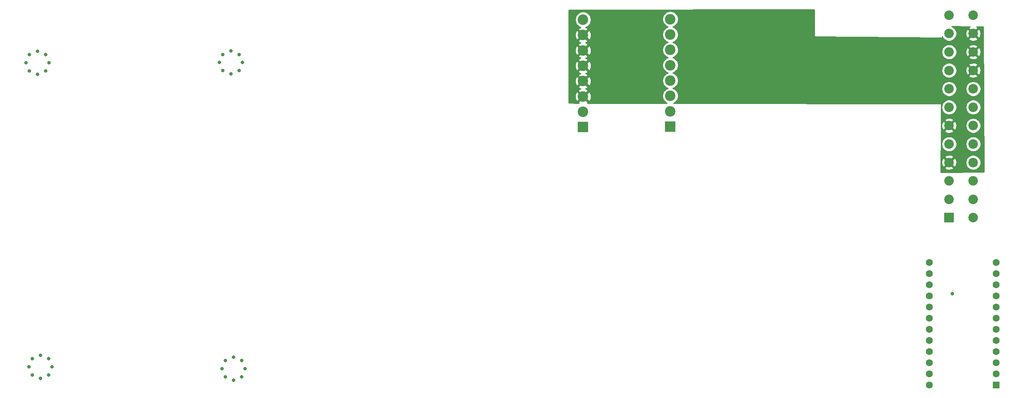
<source format=gbr>
%TF.GenerationSoftware,KiCad,Pcbnew,(5.1.9)-1*%
%TF.CreationDate,2021-07-06T18:24:39-05:00*%
%TF.ProjectId,GEN 1 PSU CARD,47454e20-3120-4505-9355-20434152442e,rev?*%
%TF.SameCoordinates,Original*%
%TF.FileFunction,Copper,L2,Inr*%
%TF.FilePolarity,Positive*%
%FSLAX46Y46*%
G04 Gerber Fmt 4.6, Leading zero omitted, Abs format (unit mm)*
G04 Created by KiCad (PCBNEW (5.1.9)-1) date 2021-07-06 18:24:39*
%MOMM*%
%LPD*%
G01*
G04 APERTURE LIST*
%TA.AperFunction,ComponentPad*%
%ADD10C,2.175000*%
%TD*%
%TA.AperFunction,ComponentPad*%
%ADD11R,2.175000X2.175000*%
%TD*%
%TA.AperFunction,ComponentPad*%
%ADD12C,0.800000*%
%TD*%
%TA.AperFunction,ComponentPad*%
%ADD13C,1.600000*%
%TD*%
%TA.AperFunction,ComponentPad*%
%ADD14R,1.600000X1.600000*%
%TD*%
%TA.AperFunction,ComponentPad*%
%ADD15C,2.400000*%
%TD*%
%TA.AperFunction,ComponentPad*%
%ADD16R,2.400000X2.400000*%
%TD*%
%TA.AperFunction,ViaPad*%
%ADD17C,0.800000*%
%TD*%
%TA.AperFunction,Conductor*%
%ADD18C,0.254000*%
%TD*%
%TA.AperFunction,Conductor*%
%ADD19C,0.100000*%
%TD*%
G04 APERTURE END LIST*
D10*
%TO.N,/GND*%
%TO.C,J4*%
X259052960Y-50904200D03*
%TO.N,Net-(J4-Pad23)*%
X253552960Y-50904200D03*
%TO.N,/5V*%
X259052960Y-55104200D03*
%TO.N,/12V*%
X253552960Y-55104200D03*
%TO.N,/5V*%
X259052960Y-59304200D03*
%TO.N,/12V*%
X253552960Y-59304200D03*
%TO.N,/5V*%
X259052960Y-63504200D03*
%TO.N,/5VSB*%
X253552960Y-63504200D03*
%TO.N,Net-(J4-Pad16)*%
X259052960Y-67704200D03*
%TO.N,Net-(J4-Pad15)*%
X253552960Y-67704200D03*
%TO.N,/GND*%
X259052960Y-71904200D03*
X253552960Y-71904200D03*
X259052960Y-76104200D03*
%TO.N,/5V*%
X253552960Y-76104200D03*
%TO.N,/GND*%
X259052960Y-80304200D03*
X253552960Y-80304200D03*
%TO.N,/PS_ON*%
X259052960Y-84504200D03*
%TO.N,/5V*%
X253552960Y-84504200D03*
%TO.N,/GND*%
X259052960Y-88704200D03*
X253552960Y-88704200D03*
%TO.N,/-12*%
X259052960Y-92904200D03*
%TO.N,Net-(J4-Pad3)*%
X253552960Y-92904200D03*
%TO.N,Net-(J4-Pad2)*%
X259052960Y-97104200D03*
D11*
%TO.N,Net-(J4-Pad1)*%
X253552960Y-97104200D03*
%TD*%
D12*
%TO.N,N/C*%
%TO.C,REF\u002A\u002A*%
X93013440Y-131556760D03*
X92244595Y-133412915D03*
X90388440Y-134181760D03*
X88532285Y-133412915D03*
X87763440Y-131556760D03*
X88532285Y-129700605D03*
X90388440Y-128931760D03*
X92244595Y-129700605D03*
%TD*%
%TO.N,N/C*%
%TO.C,REF\u002A\u002A*%
X48969840Y-131130040D03*
X48200995Y-132986195D03*
X46344840Y-133755040D03*
X44488685Y-132986195D03*
X43719840Y-131130040D03*
X44488685Y-129273885D03*
X46344840Y-128505040D03*
X48200995Y-129273885D03*
%TD*%
%TO.N,N/C*%
%TO.C,REF\u002A\u002A*%
X91609595Y-59860765D03*
X89753440Y-59091920D03*
X87897285Y-59860765D03*
X87128440Y-61716920D03*
X87897285Y-63573075D03*
X89753440Y-64341920D03*
X91609595Y-63573075D03*
X92378440Y-61716920D03*
%TD*%
%TO.N,N/C*%
%TO.C,REF\u002A\u002A*%
X47560915Y-59881085D03*
X45704760Y-59112240D03*
X43848605Y-59881085D03*
X43079760Y-61737240D03*
X43848605Y-63593395D03*
X45704760Y-64362240D03*
X47560915Y-63593395D03*
X48329760Y-61737240D03*
%TD*%
D13*
%TO.N,Net-(U1-Pad24)*%
%TO.C,U1*%
X249026680Y-135255000D03*
%TO.N,/GND*%
X249026680Y-132715000D03*
%TO.N,Net-(U1-Pad22)*%
X249026680Y-130175000D03*
%TO.N,/5VSB*%
X249026680Y-127635000D03*
%TO.N,Net-(U1-Pad20)*%
X249026680Y-125095000D03*
%TO.N,Net-(U1-Pad19)*%
X249026680Y-122555000D03*
%TO.N,Net-(U1-Pad18)*%
X249026680Y-120015000D03*
%TO.N,Net-(U1-Pad17)*%
X249026680Y-117475000D03*
%TO.N,Net-(U1-Pad16)*%
X249026680Y-114935000D03*
%TO.N,Net-(U1-Pad15)*%
X249026680Y-112395000D03*
%TO.N,Net-(U1-Pad14)*%
X249026680Y-109855000D03*
%TO.N,Net-(U1-Pad13)*%
X249026680Y-107315000D03*
%TO.N,Net-(U1-Pad12)*%
X264266680Y-107315000D03*
%TO.N,Net-(U1-Pad11)*%
X264266680Y-109855000D03*
%TO.N,Net-(U1-Pad10)*%
X264266680Y-112395000D03*
%TO.N,/ON-OFF*%
X264266680Y-114935000D03*
%TO.N,Net-(U1-Pad8)*%
X264266680Y-117475000D03*
%TO.N,/OS_OFF*%
X264266680Y-120015000D03*
%TO.N,/PS_ON*%
X264266680Y-122555000D03*
%TO.N,Net-(U1-Pad5)*%
X264266680Y-125095000D03*
%TO.N,/GND*%
X264266680Y-127635000D03*
X264266680Y-130175000D03*
%TO.N,Net-(U1-Pad2)*%
X264266680Y-132715000D03*
D14*
%TO.N,Net-(U1-Pad1)*%
X264266680Y-135255000D03*
%TD*%
D15*
%TO.N,/OS_OFF*%
%TO.C,J3*%
X170083480Y-51953400D03*
%TO.N,/5V*%
X170083480Y-55453400D03*
X170083480Y-58953400D03*
X170083480Y-62453400D03*
X170083480Y-65953400D03*
X170083480Y-69453400D03*
%TO.N,/12V*%
X170083480Y-72953400D03*
D16*
X170083480Y-76453400D03*
%TD*%
D15*
%TO.N,/ON-OFF*%
%TO.C,J2*%
X189981840Y-51821320D03*
%TO.N,/-12*%
X189981840Y-55321320D03*
%TO.N,/GND*%
X189981840Y-58821320D03*
X189981840Y-62321320D03*
X189981840Y-65821320D03*
X189981840Y-69321320D03*
X189981840Y-72821320D03*
D16*
X189981840Y-76321320D03*
%TD*%
D17*
%TO.N,/ON-OFF*%
X254289560Y-114411760D03*
%TD*%
D18*
%TO.N,/5V*%
X222834200Y-55681880D02*
X222836640Y-55706656D01*
X222843867Y-55730481D01*
X222855603Y-55752437D01*
X222871397Y-55771683D01*
X222890643Y-55787477D01*
X222912599Y-55799213D01*
X222936424Y-55806440D01*
X222960105Y-55808875D01*
X251834825Y-56057795D01*
X251859622Y-56055569D01*
X251883508Y-56048547D01*
X251905565Y-56037001D01*
X251924945Y-56021373D01*
X251940904Y-56002265D01*
X251952829Y-55980410D01*
X251960262Y-55956649D01*
X251962920Y-55930800D01*
X251962920Y-55766612D01*
X252026501Y-55920109D01*
X252215007Y-56202229D01*
X252454931Y-56442153D01*
X252737051Y-56630659D01*
X253050525Y-56760505D01*
X253383309Y-56826700D01*
X253722611Y-56826700D01*
X254055395Y-56760505D01*
X254368869Y-56630659D01*
X254650989Y-56442153D01*
X254791141Y-56302001D01*
X258034764Y-56302001D01*
X258141089Y-56575348D01*
X258445618Y-56724978D01*
X258773485Y-56812322D01*
X259112094Y-56834024D01*
X259448430Y-56789249D01*
X259769567Y-56679719D01*
X259964831Y-56575348D01*
X260071156Y-56302001D01*
X259052960Y-55283805D01*
X258034764Y-56302001D01*
X254791141Y-56302001D01*
X254890913Y-56202229D01*
X255079419Y-55920109D01*
X255209265Y-55606635D01*
X255275460Y-55273851D01*
X255275460Y-55163334D01*
X257323136Y-55163334D01*
X257367911Y-55499670D01*
X257477441Y-55820807D01*
X257581812Y-56016071D01*
X257855159Y-56122396D01*
X258873355Y-55104200D01*
X259232565Y-55104200D01*
X260250761Y-56122396D01*
X260524108Y-56016071D01*
X260673738Y-55711542D01*
X260761082Y-55383675D01*
X260782784Y-55045066D01*
X260738009Y-54708730D01*
X260628479Y-54387593D01*
X260524108Y-54192329D01*
X260250761Y-54086004D01*
X259232565Y-55104200D01*
X258873355Y-55104200D01*
X257855159Y-54086004D01*
X257581812Y-54192329D01*
X257432182Y-54496858D01*
X257344838Y-54824725D01*
X257323136Y-55163334D01*
X255275460Y-55163334D01*
X255275460Y-54934549D01*
X255209265Y-54601765D01*
X255079419Y-54288291D01*
X254890913Y-54006171D01*
X254650989Y-53766247D01*
X254368869Y-53577741D01*
X254145349Y-53485155D01*
X258340259Y-53527349D01*
X258336353Y-53528681D01*
X258141089Y-53633052D01*
X258034764Y-53906399D01*
X259052960Y-54924595D01*
X260071156Y-53906399D01*
X259964831Y-53633052D01*
X259779157Y-53541821D01*
X261305632Y-53557175D01*
X261461923Y-86645508D01*
X251674070Y-86724722D01*
X251679725Y-85702001D01*
X252534764Y-85702001D01*
X252641089Y-85975348D01*
X252945618Y-86124978D01*
X253273485Y-86212322D01*
X253612094Y-86234024D01*
X253948430Y-86189249D01*
X254269567Y-86079719D01*
X254464831Y-85975348D01*
X254571156Y-85702001D01*
X253552960Y-84683805D01*
X252534764Y-85702001D01*
X251679725Y-85702001D01*
X251686023Y-84563334D01*
X251823136Y-84563334D01*
X251867911Y-84899670D01*
X251977441Y-85220807D01*
X252081812Y-85416071D01*
X252355159Y-85522396D01*
X253373355Y-84504200D01*
X253732565Y-84504200D01*
X254750761Y-85522396D01*
X255024108Y-85416071D01*
X255173738Y-85111542D01*
X255261082Y-84783675D01*
X255282784Y-84445066D01*
X255268072Y-84334549D01*
X257330460Y-84334549D01*
X257330460Y-84673851D01*
X257396655Y-85006635D01*
X257526501Y-85320109D01*
X257715007Y-85602229D01*
X257954931Y-85842153D01*
X258237051Y-86030659D01*
X258550525Y-86160505D01*
X258883309Y-86226700D01*
X259222611Y-86226700D01*
X259555395Y-86160505D01*
X259868869Y-86030659D01*
X260150989Y-85842153D01*
X260390913Y-85602229D01*
X260579419Y-85320109D01*
X260709265Y-85006635D01*
X260775460Y-84673851D01*
X260775460Y-84334549D01*
X260709265Y-84001765D01*
X260579419Y-83688291D01*
X260390913Y-83406171D01*
X260150989Y-83166247D01*
X259868869Y-82977741D01*
X259555395Y-82847895D01*
X259222611Y-82781700D01*
X258883309Y-82781700D01*
X258550525Y-82847895D01*
X258237051Y-82977741D01*
X257954931Y-83166247D01*
X257715007Y-83406171D01*
X257526501Y-83688291D01*
X257396655Y-84001765D01*
X257330460Y-84334549D01*
X255268072Y-84334549D01*
X255238009Y-84108730D01*
X255128479Y-83787593D01*
X255024108Y-83592329D01*
X254750761Y-83486004D01*
X253732565Y-84504200D01*
X253373355Y-84504200D01*
X252355159Y-83486004D01*
X252081812Y-83592329D01*
X251932182Y-83896858D01*
X251844838Y-84224725D01*
X251823136Y-84563334D01*
X251686023Y-84563334D01*
X251692974Y-83306399D01*
X252534764Y-83306399D01*
X253552960Y-84324595D01*
X254571156Y-83306399D01*
X254464831Y-83033052D01*
X254160302Y-82883422D01*
X253832435Y-82796078D01*
X253493826Y-82774376D01*
X253157490Y-82819151D01*
X252836353Y-82928681D01*
X252641089Y-83033052D01*
X252534764Y-83306399D01*
X251692974Y-83306399D01*
X251710515Y-80134549D01*
X251830460Y-80134549D01*
X251830460Y-80473851D01*
X251896655Y-80806635D01*
X252026501Y-81120109D01*
X252215007Y-81402229D01*
X252454931Y-81642153D01*
X252737051Y-81830659D01*
X253050525Y-81960505D01*
X253383309Y-82026700D01*
X253722611Y-82026700D01*
X254055395Y-81960505D01*
X254368869Y-81830659D01*
X254650989Y-81642153D01*
X254890913Y-81402229D01*
X255079419Y-81120109D01*
X255209265Y-80806635D01*
X255275460Y-80473851D01*
X255275460Y-80134549D01*
X257330460Y-80134549D01*
X257330460Y-80473851D01*
X257396655Y-80806635D01*
X257526501Y-81120109D01*
X257715007Y-81402229D01*
X257954931Y-81642153D01*
X258237051Y-81830659D01*
X258550525Y-81960505D01*
X258883309Y-82026700D01*
X259222611Y-82026700D01*
X259555395Y-81960505D01*
X259868869Y-81830659D01*
X260150989Y-81642153D01*
X260390913Y-81402229D01*
X260579419Y-81120109D01*
X260709265Y-80806635D01*
X260775460Y-80473851D01*
X260775460Y-80134549D01*
X260709265Y-79801765D01*
X260579419Y-79488291D01*
X260390913Y-79206171D01*
X260150989Y-78966247D01*
X259868869Y-78777741D01*
X259555395Y-78647895D01*
X259222611Y-78581700D01*
X258883309Y-78581700D01*
X258550525Y-78647895D01*
X258237051Y-78777741D01*
X257954931Y-78966247D01*
X257715007Y-79206171D01*
X257526501Y-79488291D01*
X257396655Y-79801765D01*
X257330460Y-80134549D01*
X255275460Y-80134549D01*
X255209265Y-79801765D01*
X255079419Y-79488291D01*
X254890913Y-79206171D01*
X254650989Y-78966247D01*
X254368869Y-78777741D01*
X254055395Y-78647895D01*
X253722611Y-78581700D01*
X253383309Y-78581700D01*
X253050525Y-78647895D01*
X252737051Y-78777741D01*
X252454931Y-78966247D01*
X252215007Y-79206171D01*
X252026501Y-79488291D01*
X251896655Y-79801765D01*
X251830460Y-80134549D01*
X251710515Y-80134549D01*
X251726179Y-77302001D01*
X252534764Y-77302001D01*
X252641089Y-77575348D01*
X252945618Y-77724978D01*
X253273485Y-77812322D01*
X253612094Y-77834024D01*
X253948430Y-77789249D01*
X254269567Y-77679719D01*
X254464831Y-77575348D01*
X254571156Y-77302001D01*
X253552960Y-76283805D01*
X252534764Y-77302001D01*
X251726179Y-77302001D01*
X251732477Y-76163334D01*
X251823136Y-76163334D01*
X251867911Y-76499670D01*
X251977441Y-76820807D01*
X252081812Y-77016071D01*
X252355159Y-77122396D01*
X253373355Y-76104200D01*
X253732565Y-76104200D01*
X254750761Y-77122396D01*
X255024108Y-77016071D01*
X255173738Y-76711542D01*
X255261082Y-76383675D01*
X255282784Y-76045066D01*
X255268072Y-75934549D01*
X257330460Y-75934549D01*
X257330460Y-76273851D01*
X257396655Y-76606635D01*
X257526501Y-76920109D01*
X257715007Y-77202229D01*
X257954931Y-77442153D01*
X258237051Y-77630659D01*
X258550525Y-77760505D01*
X258883309Y-77826700D01*
X259222611Y-77826700D01*
X259555395Y-77760505D01*
X259868869Y-77630659D01*
X260150989Y-77442153D01*
X260390913Y-77202229D01*
X260579419Y-76920109D01*
X260709265Y-76606635D01*
X260775460Y-76273851D01*
X260775460Y-75934549D01*
X260709265Y-75601765D01*
X260579419Y-75288291D01*
X260390913Y-75006171D01*
X260150989Y-74766247D01*
X259868869Y-74577741D01*
X259555395Y-74447895D01*
X259222611Y-74381700D01*
X258883309Y-74381700D01*
X258550525Y-74447895D01*
X258237051Y-74577741D01*
X257954931Y-74766247D01*
X257715007Y-75006171D01*
X257526501Y-75288291D01*
X257396655Y-75601765D01*
X257330460Y-75934549D01*
X255268072Y-75934549D01*
X255238009Y-75708730D01*
X255128479Y-75387593D01*
X255024108Y-75192329D01*
X254750761Y-75086004D01*
X253732565Y-76104200D01*
X253373355Y-76104200D01*
X252355159Y-75086004D01*
X252081812Y-75192329D01*
X251932182Y-75496858D01*
X251844838Y-75824725D01*
X251823136Y-76163334D01*
X251732477Y-76163334D01*
X251739428Y-74906399D01*
X252534764Y-74906399D01*
X253552960Y-75924595D01*
X254571156Y-74906399D01*
X254464831Y-74633052D01*
X254160302Y-74483422D01*
X253832435Y-74396078D01*
X253493826Y-74374376D01*
X253157490Y-74419151D01*
X252836353Y-74528681D01*
X252641089Y-74633052D01*
X252534764Y-74906399D01*
X251739428Y-74906399D01*
X251756969Y-71734549D01*
X251830460Y-71734549D01*
X251830460Y-72073851D01*
X251896655Y-72406635D01*
X252026501Y-72720109D01*
X252215007Y-73002229D01*
X252454931Y-73242153D01*
X252737051Y-73430659D01*
X253050525Y-73560505D01*
X253383309Y-73626700D01*
X253722611Y-73626700D01*
X254055395Y-73560505D01*
X254368869Y-73430659D01*
X254650989Y-73242153D01*
X254890913Y-73002229D01*
X255079419Y-72720109D01*
X255209265Y-72406635D01*
X255275460Y-72073851D01*
X255275460Y-71734549D01*
X257330460Y-71734549D01*
X257330460Y-72073851D01*
X257396655Y-72406635D01*
X257526501Y-72720109D01*
X257715007Y-73002229D01*
X257954931Y-73242153D01*
X258237051Y-73430659D01*
X258550525Y-73560505D01*
X258883309Y-73626700D01*
X259222611Y-73626700D01*
X259555395Y-73560505D01*
X259868869Y-73430659D01*
X260150989Y-73242153D01*
X260390913Y-73002229D01*
X260579419Y-72720109D01*
X260709265Y-72406635D01*
X260775460Y-72073851D01*
X260775460Y-71734549D01*
X260709265Y-71401765D01*
X260579419Y-71088291D01*
X260390913Y-70806171D01*
X260150989Y-70566247D01*
X259868869Y-70377741D01*
X259555395Y-70247895D01*
X259222611Y-70181700D01*
X258883309Y-70181700D01*
X258550525Y-70247895D01*
X258237051Y-70377741D01*
X257954931Y-70566247D01*
X257715007Y-70806171D01*
X257526501Y-71088291D01*
X257396655Y-71401765D01*
X257330460Y-71734549D01*
X255275460Y-71734549D01*
X255209265Y-71401765D01*
X255079419Y-71088291D01*
X254890913Y-70806171D01*
X254650989Y-70566247D01*
X254368869Y-70377741D01*
X254055395Y-70247895D01*
X253722611Y-70181700D01*
X253383309Y-70181700D01*
X253050525Y-70247895D01*
X252737051Y-70377741D01*
X252454931Y-70566247D01*
X252215007Y-70806171D01*
X252026501Y-71088291D01*
X251896655Y-71401765D01*
X251830460Y-71734549D01*
X251756969Y-71734549D01*
X251759718Y-71237542D01*
X251757415Y-71212753D01*
X251750320Y-71188889D01*
X251738705Y-71166868D01*
X251723018Y-71147535D01*
X251703860Y-71131635D01*
X251681969Y-71119778D01*
X251658185Y-71112419D01*
X251632963Y-71109840D01*
X190740462Y-70993279D01*
X190851039Y-70947476D01*
X191151584Y-70746658D01*
X191407178Y-70491064D01*
X191607996Y-70190519D01*
X191746322Y-69856570D01*
X191816840Y-69502052D01*
X191816840Y-69140588D01*
X191746322Y-68786070D01*
X191607996Y-68452121D01*
X191407178Y-68151576D01*
X191151584Y-67895982D01*
X190851039Y-67695164D01*
X190552053Y-67571320D01*
X190640826Y-67534549D01*
X251830460Y-67534549D01*
X251830460Y-67873851D01*
X251896655Y-68206635D01*
X252026501Y-68520109D01*
X252215007Y-68802229D01*
X252454931Y-69042153D01*
X252737051Y-69230659D01*
X253050525Y-69360505D01*
X253383309Y-69426700D01*
X253722611Y-69426700D01*
X254055395Y-69360505D01*
X254368869Y-69230659D01*
X254650989Y-69042153D01*
X254890913Y-68802229D01*
X255079419Y-68520109D01*
X255209265Y-68206635D01*
X255275460Y-67873851D01*
X255275460Y-67534549D01*
X257330460Y-67534549D01*
X257330460Y-67873851D01*
X257396655Y-68206635D01*
X257526501Y-68520109D01*
X257715007Y-68802229D01*
X257954931Y-69042153D01*
X258237051Y-69230659D01*
X258550525Y-69360505D01*
X258883309Y-69426700D01*
X259222611Y-69426700D01*
X259555395Y-69360505D01*
X259868869Y-69230659D01*
X260150989Y-69042153D01*
X260390913Y-68802229D01*
X260579419Y-68520109D01*
X260709265Y-68206635D01*
X260775460Y-67873851D01*
X260775460Y-67534549D01*
X260709265Y-67201765D01*
X260579419Y-66888291D01*
X260390913Y-66606171D01*
X260150989Y-66366247D01*
X259868869Y-66177741D01*
X259555395Y-66047895D01*
X259222611Y-65981700D01*
X258883309Y-65981700D01*
X258550525Y-66047895D01*
X258237051Y-66177741D01*
X257954931Y-66366247D01*
X257715007Y-66606171D01*
X257526501Y-66888291D01*
X257396655Y-67201765D01*
X257330460Y-67534549D01*
X255275460Y-67534549D01*
X255209265Y-67201765D01*
X255079419Y-66888291D01*
X254890913Y-66606171D01*
X254650989Y-66366247D01*
X254368869Y-66177741D01*
X254055395Y-66047895D01*
X253722611Y-65981700D01*
X253383309Y-65981700D01*
X253050525Y-66047895D01*
X252737051Y-66177741D01*
X252454931Y-66366247D01*
X252215007Y-66606171D01*
X252026501Y-66888291D01*
X251896655Y-67201765D01*
X251830460Y-67534549D01*
X190640826Y-67534549D01*
X190851039Y-67447476D01*
X191151584Y-67246658D01*
X191407178Y-66991064D01*
X191607996Y-66690519D01*
X191746322Y-66356570D01*
X191816840Y-66002052D01*
X191816840Y-65640588D01*
X191746322Y-65286070D01*
X191607996Y-64952121D01*
X191407178Y-64651576D01*
X191151584Y-64395982D01*
X190851039Y-64195164D01*
X190552053Y-64071320D01*
X190851039Y-63947476D01*
X191151584Y-63746658D01*
X191407178Y-63491064D01*
X191511758Y-63334549D01*
X251830460Y-63334549D01*
X251830460Y-63673851D01*
X251896655Y-64006635D01*
X252026501Y-64320109D01*
X252215007Y-64602229D01*
X252454931Y-64842153D01*
X252737051Y-65030659D01*
X253050525Y-65160505D01*
X253383309Y-65226700D01*
X253722611Y-65226700D01*
X254055395Y-65160505D01*
X254368869Y-65030659D01*
X254650989Y-64842153D01*
X254791141Y-64702001D01*
X258034764Y-64702001D01*
X258141089Y-64975348D01*
X258445618Y-65124978D01*
X258773485Y-65212322D01*
X259112094Y-65234024D01*
X259448430Y-65189249D01*
X259769567Y-65079719D01*
X259964831Y-64975348D01*
X260071156Y-64702001D01*
X259052960Y-63683805D01*
X258034764Y-64702001D01*
X254791141Y-64702001D01*
X254890913Y-64602229D01*
X255079419Y-64320109D01*
X255209265Y-64006635D01*
X255275460Y-63673851D01*
X255275460Y-63563334D01*
X257323136Y-63563334D01*
X257367911Y-63899670D01*
X257477441Y-64220807D01*
X257581812Y-64416071D01*
X257855159Y-64522396D01*
X258873355Y-63504200D01*
X259232565Y-63504200D01*
X260250761Y-64522396D01*
X260524108Y-64416071D01*
X260673738Y-64111542D01*
X260761082Y-63783675D01*
X260782784Y-63445066D01*
X260738009Y-63108730D01*
X260628479Y-62787593D01*
X260524108Y-62592329D01*
X260250761Y-62486004D01*
X259232565Y-63504200D01*
X258873355Y-63504200D01*
X257855159Y-62486004D01*
X257581812Y-62592329D01*
X257432182Y-62896858D01*
X257344838Y-63224725D01*
X257323136Y-63563334D01*
X255275460Y-63563334D01*
X255275460Y-63334549D01*
X255209265Y-63001765D01*
X255079419Y-62688291D01*
X254890913Y-62406171D01*
X254791141Y-62306399D01*
X258034764Y-62306399D01*
X259052960Y-63324595D01*
X260071156Y-62306399D01*
X259964831Y-62033052D01*
X259660302Y-61883422D01*
X259332435Y-61796078D01*
X258993826Y-61774376D01*
X258657490Y-61819151D01*
X258336353Y-61928681D01*
X258141089Y-62033052D01*
X258034764Y-62306399D01*
X254791141Y-62306399D01*
X254650989Y-62166247D01*
X254368869Y-61977741D01*
X254055395Y-61847895D01*
X253722611Y-61781700D01*
X253383309Y-61781700D01*
X253050525Y-61847895D01*
X252737051Y-61977741D01*
X252454931Y-62166247D01*
X252215007Y-62406171D01*
X252026501Y-62688291D01*
X251896655Y-63001765D01*
X251830460Y-63334549D01*
X191511758Y-63334549D01*
X191607996Y-63190519D01*
X191746322Y-62856570D01*
X191816840Y-62502052D01*
X191816840Y-62140588D01*
X191746322Y-61786070D01*
X191607996Y-61452121D01*
X191407178Y-61151576D01*
X191151584Y-60895982D01*
X190851039Y-60695164D01*
X190552053Y-60571320D01*
X190851039Y-60447476D01*
X191151584Y-60246658D01*
X191407178Y-59991064D01*
X191607996Y-59690519D01*
X191746322Y-59356570D01*
X191790484Y-59134549D01*
X251830460Y-59134549D01*
X251830460Y-59473851D01*
X251896655Y-59806635D01*
X252026501Y-60120109D01*
X252215007Y-60402229D01*
X252454931Y-60642153D01*
X252737051Y-60830659D01*
X253050525Y-60960505D01*
X253383309Y-61026700D01*
X253722611Y-61026700D01*
X254055395Y-60960505D01*
X254368869Y-60830659D01*
X254650989Y-60642153D01*
X254791141Y-60502001D01*
X258034764Y-60502001D01*
X258141089Y-60775348D01*
X258445618Y-60924978D01*
X258773485Y-61012322D01*
X259112094Y-61034024D01*
X259448430Y-60989249D01*
X259769567Y-60879719D01*
X259964831Y-60775348D01*
X260071156Y-60502001D01*
X259052960Y-59483805D01*
X258034764Y-60502001D01*
X254791141Y-60502001D01*
X254890913Y-60402229D01*
X255079419Y-60120109D01*
X255209265Y-59806635D01*
X255275460Y-59473851D01*
X255275460Y-59363334D01*
X257323136Y-59363334D01*
X257367911Y-59699670D01*
X257477441Y-60020807D01*
X257581812Y-60216071D01*
X257855159Y-60322396D01*
X258873355Y-59304200D01*
X259232565Y-59304200D01*
X260250761Y-60322396D01*
X260524108Y-60216071D01*
X260673738Y-59911542D01*
X260761082Y-59583675D01*
X260782784Y-59245066D01*
X260738009Y-58908730D01*
X260628479Y-58587593D01*
X260524108Y-58392329D01*
X260250761Y-58286004D01*
X259232565Y-59304200D01*
X258873355Y-59304200D01*
X257855159Y-58286004D01*
X257581812Y-58392329D01*
X257432182Y-58696858D01*
X257344838Y-59024725D01*
X257323136Y-59363334D01*
X255275460Y-59363334D01*
X255275460Y-59134549D01*
X255209265Y-58801765D01*
X255079419Y-58488291D01*
X254890913Y-58206171D01*
X254791141Y-58106399D01*
X258034764Y-58106399D01*
X259052960Y-59124595D01*
X260071156Y-58106399D01*
X259964831Y-57833052D01*
X259660302Y-57683422D01*
X259332435Y-57596078D01*
X258993826Y-57574376D01*
X258657490Y-57619151D01*
X258336353Y-57728681D01*
X258141089Y-57833052D01*
X258034764Y-58106399D01*
X254791141Y-58106399D01*
X254650989Y-57966247D01*
X254368869Y-57777741D01*
X254055395Y-57647895D01*
X253722611Y-57581700D01*
X253383309Y-57581700D01*
X253050525Y-57647895D01*
X252737051Y-57777741D01*
X252454931Y-57966247D01*
X252215007Y-58206171D01*
X252026501Y-58488291D01*
X251896655Y-58801765D01*
X251830460Y-59134549D01*
X191790484Y-59134549D01*
X191816840Y-59002052D01*
X191816840Y-58640588D01*
X191746322Y-58286070D01*
X191607996Y-57952121D01*
X191407178Y-57651576D01*
X191151584Y-57395982D01*
X190851039Y-57195164D01*
X190552053Y-57071320D01*
X190851039Y-56947476D01*
X191151584Y-56746658D01*
X191407178Y-56491064D01*
X191607996Y-56190519D01*
X191746322Y-55856570D01*
X191816840Y-55502052D01*
X191816840Y-55140588D01*
X191746322Y-54786070D01*
X191607996Y-54452121D01*
X191407178Y-54151576D01*
X191151584Y-53895982D01*
X190851039Y-53695164D01*
X190552053Y-53571320D01*
X190851039Y-53447476D01*
X191151584Y-53246658D01*
X191407178Y-52991064D01*
X191607996Y-52690519D01*
X191746322Y-52356570D01*
X191816840Y-52002052D01*
X191816840Y-51640588D01*
X191746322Y-51286070D01*
X191607996Y-50952121D01*
X191407178Y-50651576D01*
X191151584Y-50395982D01*
X190851039Y-50195164D01*
X190517090Y-50056838D01*
X190162572Y-49986320D01*
X189801108Y-49986320D01*
X189446590Y-50056838D01*
X189112641Y-50195164D01*
X188812096Y-50395982D01*
X188556502Y-50651576D01*
X188355684Y-50952121D01*
X188217358Y-51286070D01*
X188146840Y-51640588D01*
X188146840Y-52002052D01*
X188217358Y-52356570D01*
X188355684Y-52690519D01*
X188556502Y-52991064D01*
X188812096Y-53246658D01*
X189112641Y-53447476D01*
X189411627Y-53571320D01*
X189112641Y-53695164D01*
X188812096Y-53895982D01*
X188556502Y-54151576D01*
X188355684Y-54452121D01*
X188217358Y-54786070D01*
X188146840Y-55140588D01*
X188146840Y-55502052D01*
X188217358Y-55856570D01*
X188355684Y-56190519D01*
X188556502Y-56491064D01*
X188812096Y-56746658D01*
X189112641Y-56947476D01*
X189411627Y-57071320D01*
X189112641Y-57195164D01*
X188812096Y-57395982D01*
X188556502Y-57651576D01*
X188355684Y-57952121D01*
X188217358Y-58286070D01*
X188146840Y-58640588D01*
X188146840Y-59002052D01*
X188217358Y-59356570D01*
X188355684Y-59690519D01*
X188556502Y-59991064D01*
X188812096Y-60246658D01*
X189112641Y-60447476D01*
X189411627Y-60571320D01*
X189112641Y-60695164D01*
X188812096Y-60895982D01*
X188556502Y-61151576D01*
X188355684Y-61452121D01*
X188217358Y-61786070D01*
X188146840Y-62140588D01*
X188146840Y-62502052D01*
X188217358Y-62856570D01*
X188355684Y-63190519D01*
X188556502Y-63491064D01*
X188812096Y-63746658D01*
X189112641Y-63947476D01*
X189411627Y-64071320D01*
X189112641Y-64195164D01*
X188812096Y-64395982D01*
X188556502Y-64651576D01*
X188355684Y-64952121D01*
X188217358Y-65286070D01*
X188146840Y-65640588D01*
X188146840Y-66002052D01*
X188217358Y-66356570D01*
X188355684Y-66690519D01*
X188556502Y-66991064D01*
X188812096Y-67246658D01*
X189112641Y-67447476D01*
X189411627Y-67571320D01*
X189112641Y-67695164D01*
X188812096Y-67895982D01*
X188556502Y-68151576D01*
X188355684Y-68452121D01*
X188217358Y-68786070D01*
X188146840Y-69140588D01*
X188146840Y-69502052D01*
X188217358Y-69856570D01*
X188355684Y-70190519D01*
X188556502Y-70491064D01*
X188812096Y-70746658D01*
X189112641Y-70947476D01*
X189216174Y-70990361D01*
X171087461Y-70955659D01*
X171181854Y-70731380D01*
X170083480Y-69633005D01*
X168985106Y-70731380D01*
X169077880Y-70951812D01*
X166837360Y-70947523D01*
X166837360Y-69508084D01*
X168240413Y-69508084D01*
X168286495Y-69866598D01*
X168401634Y-70209233D01*
X168520644Y-70431886D01*
X168805500Y-70551774D01*
X169903875Y-69453400D01*
X170263085Y-69453400D01*
X171361460Y-70551774D01*
X171646316Y-70431886D01*
X171807179Y-70108190D01*
X171901802Y-69759331D01*
X171926547Y-69398716D01*
X171880465Y-69040202D01*
X171765326Y-68697567D01*
X171646316Y-68474914D01*
X171361460Y-68355026D01*
X170263085Y-69453400D01*
X169903875Y-69453400D01*
X168805500Y-68355026D01*
X168520644Y-68474914D01*
X168359781Y-68798610D01*
X168265158Y-69147469D01*
X168240413Y-69508084D01*
X166837360Y-69508084D01*
X166837360Y-67231380D01*
X168985106Y-67231380D01*
X169104994Y-67516236D01*
X169428690Y-67677099D01*
X169528316Y-67704121D01*
X169327647Y-67771554D01*
X169104994Y-67890564D01*
X168985106Y-68175420D01*
X170083480Y-69273795D01*
X171181854Y-68175420D01*
X171061966Y-67890564D01*
X170738270Y-67729701D01*
X170638644Y-67702679D01*
X170839313Y-67635246D01*
X171061966Y-67516236D01*
X171181854Y-67231380D01*
X170083480Y-66133005D01*
X168985106Y-67231380D01*
X166837360Y-67231380D01*
X166837360Y-66008084D01*
X168240413Y-66008084D01*
X168286495Y-66366598D01*
X168401634Y-66709233D01*
X168520644Y-66931886D01*
X168805500Y-67051774D01*
X169903875Y-65953400D01*
X170263085Y-65953400D01*
X171361460Y-67051774D01*
X171646316Y-66931886D01*
X171807179Y-66608190D01*
X171901802Y-66259331D01*
X171926547Y-65898716D01*
X171880465Y-65540202D01*
X171765326Y-65197567D01*
X171646316Y-64974914D01*
X171361460Y-64855026D01*
X170263085Y-65953400D01*
X169903875Y-65953400D01*
X168805500Y-64855026D01*
X168520644Y-64974914D01*
X168359781Y-65298610D01*
X168265158Y-65647469D01*
X168240413Y-66008084D01*
X166837360Y-66008084D01*
X166837360Y-63731380D01*
X168985106Y-63731380D01*
X169104994Y-64016236D01*
X169428690Y-64177099D01*
X169528316Y-64204121D01*
X169327647Y-64271554D01*
X169104994Y-64390564D01*
X168985106Y-64675420D01*
X170083480Y-65773795D01*
X171181854Y-64675420D01*
X171061966Y-64390564D01*
X170738270Y-64229701D01*
X170638644Y-64202679D01*
X170839313Y-64135246D01*
X171061966Y-64016236D01*
X171181854Y-63731380D01*
X170083480Y-62633005D01*
X168985106Y-63731380D01*
X166837360Y-63731380D01*
X166837360Y-62508084D01*
X168240413Y-62508084D01*
X168286495Y-62866598D01*
X168401634Y-63209233D01*
X168520644Y-63431886D01*
X168805500Y-63551774D01*
X169903875Y-62453400D01*
X170263085Y-62453400D01*
X171361460Y-63551774D01*
X171646316Y-63431886D01*
X171807179Y-63108190D01*
X171901802Y-62759331D01*
X171926547Y-62398716D01*
X171880465Y-62040202D01*
X171765326Y-61697567D01*
X171646316Y-61474914D01*
X171361460Y-61355026D01*
X170263085Y-62453400D01*
X169903875Y-62453400D01*
X168805500Y-61355026D01*
X168520644Y-61474914D01*
X168359781Y-61798610D01*
X168265158Y-62147469D01*
X168240413Y-62508084D01*
X166837360Y-62508084D01*
X166837360Y-60231380D01*
X168985106Y-60231380D01*
X169104994Y-60516236D01*
X169428690Y-60677099D01*
X169528316Y-60704121D01*
X169327647Y-60771554D01*
X169104994Y-60890564D01*
X168985106Y-61175420D01*
X170083480Y-62273795D01*
X171181854Y-61175420D01*
X171061966Y-60890564D01*
X170738270Y-60729701D01*
X170638644Y-60702679D01*
X170839313Y-60635246D01*
X171061966Y-60516236D01*
X171181854Y-60231380D01*
X170083480Y-59133005D01*
X168985106Y-60231380D01*
X166837360Y-60231380D01*
X166837360Y-59008084D01*
X168240413Y-59008084D01*
X168286495Y-59366598D01*
X168401634Y-59709233D01*
X168520644Y-59931886D01*
X168805500Y-60051774D01*
X169903875Y-58953400D01*
X170263085Y-58953400D01*
X171361460Y-60051774D01*
X171646316Y-59931886D01*
X171807179Y-59608190D01*
X171901802Y-59259331D01*
X171926547Y-58898716D01*
X171880465Y-58540202D01*
X171765326Y-58197567D01*
X171646316Y-57974914D01*
X171361460Y-57855026D01*
X170263085Y-58953400D01*
X169903875Y-58953400D01*
X168805500Y-57855026D01*
X168520644Y-57974914D01*
X168359781Y-58298610D01*
X168265158Y-58647469D01*
X168240413Y-59008084D01*
X166837360Y-59008084D01*
X166837360Y-56731380D01*
X168985106Y-56731380D01*
X169104994Y-57016236D01*
X169428690Y-57177099D01*
X169528316Y-57204121D01*
X169327647Y-57271554D01*
X169104994Y-57390564D01*
X168985106Y-57675420D01*
X170083480Y-58773795D01*
X171181854Y-57675420D01*
X171061966Y-57390564D01*
X170738270Y-57229701D01*
X170638644Y-57202679D01*
X170839313Y-57135246D01*
X171061966Y-57016236D01*
X171181854Y-56731380D01*
X170083480Y-55633005D01*
X168985106Y-56731380D01*
X166837360Y-56731380D01*
X166837360Y-55508084D01*
X168240413Y-55508084D01*
X168286495Y-55866598D01*
X168401634Y-56209233D01*
X168520644Y-56431886D01*
X168805500Y-56551774D01*
X169903875Y-55453400D01*
X170263085Y-55453400D01*
X171361460Y-56551774D01*
X171646316Y-56431886D01*
X171807179Y-56108190D01*
X171901802Y-55759331D01*
X171926547Y-55398716D01*
X171880465Y-55040202D01*
X171765326Y-54697567D01*
X171646316Y-54474914D01*
X171361460Y-54355026D01*
X170263085Y-55453400D01*
X169903875Y-55453400D01*
X168805500Y-54355026D01*
X168520644Y-54474914D01*
X168359781Y-54798610D01*
X168265158Y-55147469D01*
X168240413Y-55508084D01*
X166837360Y-55508084D01*
X166837360Y-51772668D01*
X168248480Y-51772668D01*
X168248480Y-52134132D01*
X168318998Y-52488650D01*
X168457324Y-52822599D01*
X168658142Y-53123144D01*
X168913736Y-53378738D01*
X169214281Y-53579556D01*
X169520969Y-53706590D01*
X169327647Y-53771554D01*
X169104994Y-53890564D01*
X168985106Y-54175420D01*
X170083480Y-55273795D01*
X171181854Y-54175420D01*
X171061966Y-53890564D01*
X170738270Y-53729701D01*
X170648790Y-53705431D01*
X170952679Y-53579556D01*
X171253224Y-53378738D01*
X171508818Y-53123144D01*
X171709636Y-52822599D01*
X171847962Y-52488650D01*
X171918480Y-52134132D01*
X171918480Y-51772668D01*
X171847962Y-51418150D01*
X171709636Y-51084201D01*
X171508818Y-50783656D01*
X171253224Y-50528062D01*
X170952679Y-50327244D01*
X170618730Y-50188918D01*
X170264212Y-50118400D01*
X169902748Y-50118400D01*
X169548230Y-50188918D01*
X169214281Y-50327244D01*
X168913736Y-50528062D01*
X168658142Y-50783656D01*
X168457324Y-51084201D01*
X168318998Y-51418150D01*
X168248480Y-51772668D01*
X166837360Y-51772668D01*
X166837360Y-49768314D01*
X222834200Y-49687663D01*
X222834200Y-55681880D01*
%TA.AperFunction,Conductor*%
D19*
G36*
X222834200Y-55681880D02*
G01*
X222836640Y-55706656D01*
X222843867Y-55730481D01*
X222855603Y-55752437D01*
X222871397Y-55771683D01*
X222890643Y-55787477D01*
X222912599Y-55799213D01*
X222936424Y-55806440D01*
X222960105Y-55808875D01*
X251834825Y-56057795D01*
X251859622Y-56055569D01*
X251883508Y-56048547D01*
X251905565Y-56037001D01*
X251924945Y-56021373D01*
X251940904Y-56002265D01*
X251952829Y-55980410D01*
X251960262Y-55956649D01*
X251962920Y-55930800D01*
X251962920Y-55766612D01*
X252026501Y-55920109D01*
X252215007Y-56202229D01*
X252454931Y-56442153D01*
X252737051Y-56630659D01*
X253050525Y-56760505D01*
X253383309Y-56826700D01*
X253722611Y-56826700D01*
X254055395Y-56760505D01*
X254368869Y-56630659D01*
X254650989Y-56442153D01*
X254791141Y-56302001D01*
X258034764Y-56302001D01*
X258141089Y-56575348D01*
X258445618Y-56724978D01*
X258773485Y-56812322D01*
X259112094Y-56834024D01*
X259448430Y-56789249D01*
X259769567Y-56679719D01*
X259964831Y-56575348D01*
X260071156Y-56302001D01*
X259052960Y-55283805D01*
X258034764Y-56302001D01*
X254791141Y-56302001D01*
X254890913Y-56202229D01*
X255079419Y-55920109D01*
X255209265Y-55606635D01*
X255275460Y-55273851D01*
X255275460Y-55163334D01*
X257323136Y-55163334D01*
X257367911Y-55499670D01*
X257477441Y-55820807D01*
X257581812Y-56016071D01*
X257855159Y-56122396D01*
X258873355Y-55104200D01*
X259232565Y-55104200D01*
X260250761Y-56122396D01*
X260524108Y-56016071D01*
X260673738Y-55711542D01*
X260761082Y-55383675D01*
X260782784Y-55045066D01*
X260738009Y-54708730D01*
X260628479Y-54387593D01*
X260524108Y-54192329D01*
X260250761Y-54086004D01*
X259232565Y-55104200D01*
X258873355Y-55104200D01*
X257855159Y-54086004D01*
X257581812Y-54192329D01*
X257432182Y-54496858D01*
X257344838Y-54824725D01*
X257323136Y-55163334D01*
X255275460Y-55163334D01*
X255275460Y-54934549D01*
X255209265Y-54601765D01*
X255079419Y-54288291D01*
X254890913Y-54006171D01*
X254650989Y-53766247D01*
X254368869Y-53577741D01*
X254145349Y-53485155D01*
X258340259Y-53527349D01*
X258336353Y-53528681D01*
X258141089Y-53633052D01*
X258034764Y-53906399D01*
X259052960Y-54924595D01*
X260071156Y-53906399D01*
X259964831Y-53633052D01*
X259779157Y-53541821D01*
X261305632Y-53557175D01*
X261461923Y-86645508D01*
X251674070Y-86724722D01*
X251679725Y-85702001D01*
X252534764Y-85702001D01*
X252641089Y-85975348D01*
X252945618Y-86124978D01*
X253273485Y-86212322D01*
X253612094Y-86234024D01*
X253948430Y-86189249D01*
X254269567Y-86079719D01*
X254464831Y-85975348D01*
X254571156Y-85702001D01*
X253552960Y-84683805D01*
X252534764Y-85702001D01*
X251679725Y-85702001D01*
X251686023Y-84563334D01*
X251823136Y-84563334D01*
X251867911Y-84899670D01*
X251977441Y-85220807D01*
X252081812Y-85416071D01*
X252355159Y-85522396D01*
X253373355Y-84504200D01*
X253732565Y-84504200D01*
X254750761Y-85522396D01*
X255024108Y-85416071D01*
X255173738Y-85111542D01*
X255261082Y-84783675D01*
X255282784Y-84445066D01*
X255268072Y-84334549D01*
X257330460Y-84334549D01*
X257330460Y-84673851D01*
X257396655Y-85006635D01*
X257526501Y-85320109D01*
X257715007Y-85602229D01*
X257954931Y-85842153D01*
X258237051Y-86030659D01*
X258550525Y-86160505D01*
X258883309Y-86226700D01*
X259222611Y-86226700D01*
X259555395Y-86160505D01*
X259868869Y-86030659D01*
X260150989Y-85842153D01*
X260390913Y-85602229D01*
X260579419Y-85320109D01*
X260709265Y-85006635D01*
X260775460Y-84673851D01*
X260775460Y-84334549D01*
X260709265Y-84001765D01*
X260579419Y-83688291D01*
X260390913Y-83406171D01*
X260150989Y-83166247D01*
X259868869Y-82977741D01*
X259555395Y-82847895D01*
X259222611Y-82781700D01*
X258883309Y-82781700D01*
X258550525Y-82847895D01*
X258237051Y-82977741D01*
X257954931Y-83166247D01*
X257715007Y-83406171D01*
X257526501Y-83688291D01*
X257396655Y-84001765D01*
X257330460Y-84334549D01*
X255268072Y-84334549D01*
X255238009Y-84108730D01*
X255128479Y-83787593D01*
X255024108Y-83592329D01*
X254750761Y-83486004D01*
X253732565Y-84504200D01*
X253373355Y-84504200D01*
X252355159Y-83486004D01*
X252081812Y-83592329D01*
X251932182Y-83896858D01*
X251844838Y-84224725D01*
X251823136Y-84563334D01*
X251686023Y-84563334D01*
X251692974Y-83306399D01*
X252534764Y-83306399D01*
X253552960Y-84324595D01*
X254571156Y-83306399D01*
X254464831Y-83033052D01*
X254160302Y-82883422D01*
X253832435Y-82796078D01*
X253493826Y-82774376D01*
X253157490Y-82819151D01*
X252836353Y-82928681D01*
X252641089Y-83033052D01*
X252534764Y-83306399D01*
X251692974Y-83306399D01*
X251710515Y-80134549D01*
X251830460Y-80134549D01*
X251830460Y-80473851D01*
X251896655Y-80806635D01*
X252026501Y-81120109D01*
X252215007Y-81402229D01*
X252454931Y-81642153D01*
X252737051Y-81830659D01*
X253050525Y-81960505D01*
X253383309Y-82026700D01*
X253722611Y-82026700D01*
X254055395Y-81960505D01*
X254368869Y-81830659D01*
X254650989Y-81642153D01*
X254890913Y-81402229D01*
X255079419Y-81120109D01*
X255209265Y-80806635D01*
X255275460Y-80473851D01*
X255275460Y-80134549D01*
X257330460Y-80134549D01*
X257330460Y-80473851D01*
X257396655Y-80806635D01*
X257526501Y-81120109D01*
X257715007Y-81402229D01*
X257954931Y-81642153D01*
X258237051Y-81830659D01*
X258550525Y-81960505D01*
X258883309Y-82026700D01*
X259222611Y-82026700D01*
X259555395Y-81960505D01*
X259868869Y-81830659D01*
X260150989Y-81642153D01*
X260390913Y-81402229D01*
X260579419Y-81120109D01*
X260709265Y-80806635D01*
X260775460Y-80473851D01*
X260775460Y-80134549D01*
X260709265Y-79801765D01*
X260579419Y-79488291D01*
X260390913Y-79206171D01*
X260150989Y-78966247D01*
X259868869Y-78777741D01*
X259555395Y-78647895D01*
X259222611Y-78581700D01*
X258883309Y-78581700D01*
X258550525Y-78647895D01*
X258237051Y-78777741D01*
X257954931Y-78966247D01*
X257715007Y-79206171D01*
X257526501Y-79488291D01*
X257396655Y-79801765D01*
X257330460Y-80134549D01*
X255275460Y-80134549D01*
X255209265Y-79801765D01*
X255079419Y-79488291D01*
X254890913Y-79206171D01*
X254650989Y-78966247D01*
X254368869Y-78777741D01*
X254055395Y-78647895D01*
X253722611Y-78581700D01*
X253383309Y-78581700D01*
X253050525Y-78647895D01*
X252737051Y-78777741D01*
X252454931Y-78966247D01*
X252215007Y-79206171D01*
X252026501Y-79488291D01*
X251896655Y-79801765D01*
X251830460Y-80134549D01*
X251710515Y-80134549D01*
X251726179Y-77302001D01*
X252534764Y-77302001D01*
X252641089Y-77575348D01*
X252945618Y-77724978D01*
X253273485Y-77812322D01*
X253612094Y-77834024D01*
X253948430Y-77789249D01*
X254269567Y-77679719D01*
X254464831Y-77575348D01*
X254571156Y-77302001D01*
X253552960Y-76283805D01*
X252534764Y-77302001D01*
X251726179Y-77302001D01*
X251732477Y-76163334D01*
X251823136Y-76163334D01*
X251867911Y-76499670D01*
X251977441Y-76820807D01*
X252081812Y-77016071D01*
X252355159Y-77122396D01*
X253373355Y-76104200D01*
X253732565Y-76104200D01*
X254750761Y-77122396D01*
X255024108Y-77016071D01*
X255173738Y-76711542D01*
X255261082Y-76383675D01*
X255282784Y-76045066D01*
X255268072Y-75934549D01*
X257330460Y-75934549D01*
X257330460Y-76273851D01*
X257396655Y-76606635D01*
X257526501Y-76920109D01*
X257715007Y-77202229D01*
X257954931Y-77442153D01*
X258237051Y-77630659D01*
X258550525Y-77760505D01*
X258883309Y-77826700D01*
X259222611Y-77826700D01*
X259555395Y-77760505D01*
X259868869Y-77630659D01*
X260150989Y-77442153D01*
X260390913Y-77202229D01*
X260579419Y-76920109D01*
X260709265Y-76606635D01*
X260775460Y-76273851D01*
X260775460Y-75934549D01*
X260709265Y-75601765D01*
X260579419Y-75288291D01*
X260390913Y-75006171D01*
X260150989Y-74766247D01*
X259868869Y-74577741D01*
X259555395Y-74447895D01*
X259222611Y-74381700D01*
X258883309Y-74381700D01*
X258550525Y-74447895D01*
X258237051Y-74577741D01*
X257954931Y-74766247D01*
X257715007Y-75006171D01*
X257526501Y-75288291D01*
X257396655Y-75601765D01*
X257330460Y-75934549D01*
X255268072Y-75934549D01*
X255238009Y-75708730D01*
X255128479Y-75387593D01*
X255024108Y-75192329D01*
X254750761Y-75086004D01*
X253732565Y-76104200D01*
X253373355Y-76104200D01*
X252355159Y-75086004D01*
X252081812Y-75192329D01*
X251932182Y-75496858D01*
X251844838Y-75824725D01*
X251823136Y-76163334D01*
X251732477Y-76163334D01*
X251739428Y-74906399D01*
X252534764Y-74906399D01*
X253552960Y-75924595D01*
X254571156Y-74906399D01*
X254464831Y-74633052D01*
X254160302Y-74483422D01*
X253832435Y-74396078D01*
X253493826Y-74374376D01*
X253157490Y-74419151D01*
X252836353Y-74528681D01*
X252641089Y-74633052D01*
X252534764Y-74906399D01*
X251739428Y-74906399D01*
X251756969Y-71734549D01*
X251830460Y-71734549D01*
X251830460Y-72073851D01*
X251896655Y-72406635D01*
X252026501Y-72720109D01*
X252215007Y-73002229D01*
X252454931Y-73242153D01*
X252737051Y-73430659D01*
X253050525Y-73560505D01*
X253383309Y-73626700D01*
X253722611Y-73626700D01*
X254055395Y-73560505D01*
X254368869Y-73430659D01*
X254650989Y-73242153D01*
X254890913Y-73002229D01*
X255079419Y-72720109D01*
X255209265Y-72406635D01*
X255275460Y-72073851D01*
X255275460Y-71734549D01*
X257330460Y-71734549D01*
X257330460Y-72073851D01*
X257396655Y-72406635D01*
X257526501Y-72720109D01*
X257715007Y-73002229D01*
X257954931Y-73242153D01*
X258237051Y-73430659D01*
X258550525Y-73560505D01*
X258883309Y-73626700D01*
X259222611Y-73626700D01*
X259555395Y-73560505D01*
X259868869Y-73430659D01*
X260150989Y-73242153D01*
X260390913Y-73002229D01*
X260579419Y-72720109D01*
X260709265Y-72406635D01*
X260775460Y-72073851D01*
X260775460Y-71734549D01*
X260709265Y-71401765D01*
X260579419Y-71088291D01*
X260390913Y-70806171D01*
X260150989Y-70566247D01*
X259868869Y-70377741D01*
X259555395Y-70247895D01*
X259222611Y-70181700D01*
X258883309Y-70181700D01*
X258550525Y-70247895D01*
X258237051Y-70377741D01*
X257954931Y-70566247D01*
X257715007Y-70806171D01*
X257526501Y-71088291D01*
X257396655Y-71401765D01*
X257330460Y-71734549D01*
X255275460Y-71734549D01*
X255209265Y-71401765D01*
X255079419Y-71088291D01*
X254890913Y-70806171D01*
X254650989Y-70566247D01*
X254368869Y-70377741D01*
X254055395Y-70247895D01*
X253722611Y-70181700D01*
X253383309Y-70181700D01*
X253050525Y-70247895D01*
X252737051Y-70377741D01*
X252454931Y-70566247D01*
X252215007Y-70806171D01*
X252026501Y-71088291D01*
X251896655Y-71401765D01*
X251830460Y-71734549D01*
X251756969Y-71734549D01*
X251759718Y-71237542D01*
X251757415Y-71212753D01*
X251750320Y-71188889D01*
X251738705Y-71166868D01*
X251723018Y-71147535D01*
X251703860Y-71131635D01*
X251681969Y-71119778D01*
X251658185Y-71112419D01*
X251632963Y-71109840D01*
X190740462Y-70993279D01*
X190851039Y-70947476D01*
X191151584Y-70746658D01*
X191407178Y-70491064D01*
X191607996Y-70190519D01*
X191746322Y-69856570D01*
X191816840Y-69502052D01*
X191816840Y-69140588D01*
X191746322Y-68786070D01*
X191607996Y-68452121D01*
X191407178Y-68151576D01*
X191151584Y-67895982D01*
X190851039Y-67695164D01*
X190552053Y-67571320D01*
X190640826Y-67534549D01*
X251830460Y-67534549D01*
X251830460Y-67873851D01*
X251896655Y-68206635D01*
X252026501Y-68520109D01*
X252215007Y-68802229D01*
X252454931Y-69042153D01*
X252737051Y-69230659D01*
X253050525Y-69360505D01*
X253383309Y-69426700D01*
X253722611Y-69426700D01*
X254055395Y-69360505D01*
X254368869Y-69230659D01*
X254650989Y-69042153D01*
X254890913Y-68802229D01*
X255079419Y-68520109D01*
X255209265Y-68206635D01*
X255275460Y-67873851D01*
X255275460Y-67534549D01*
X257330460Y-67534549D01*
X257330460Y-67873851D01*
X257396655Y-68206635D01*
X257526501Y-68520109D01*
X257715007Y-68802229D01*
X257954931Y-69042153D01*
X258237051Y-69230659D01*
X258550525Y-69360505D01*
X258883309Y-69426700D01*
X259222611Y-69426700D01*
X259555395Y-69360505D01*
X259868869Y-69230659D01*
X260150989Y-69042153D01*
X260390913Y-68802229D01*
X260579419Y-68520109D01*
X260709265Y-68206635D01*
X260775460Y-67873851D01*
X260775460Y-67534549D01*
X260709265Y-67201765D01*
X260579419Y-66888291D01*
X260390913Y-66606171D01*
X260150989Y-66366247D01*
X259868869Y-66177741D01*
X259555395Y-66047895D01*
X259222611Y-65981700D01*
X258883309Y-65981700D01*
X258550525Y-66047895D01*
X258237051Y-66177741D01*
X257954931Y-66366247D01*
X257715007Y-66606171D01*
X257526501Y-66888291D01*
X257396655Y-67201765D01*
X257330460Y-67534549D01*
X255275460Y-67534549D01*
X255209265Y-67201765D01*
X255079419Y-66888291D01*
X254890913Y-66606171D01*
X254650989Y-66366247D01*
X254368869Y-66177741D01*
X254055395Y-66047895D01*
X253722611Y-65981700D01*
X253383309Y-65981700D01*
X253050525Y-66047895D01*
X252737051Y-66177741D01*
X252454931Y-66366247D01*
X252215007Y-66606171D01*
X252026501Y-66888291D01*
X251896655Y-67201765D01*
X251830460Y-67534549D01*
X190640826Y-67534549D01*
X190851039Y-67447476D01*
X191151584Y-67246658D01*
X191407178Y-66991064D01*
X191607996Y-66690519D01*
X191746322Y-66356570D01*
X191816840Y-66002052D01*
X191816840Y-65640588D01*
X191746322Y-65286070D01*
X191607996Y-64952121D01*
X191407178Y-64651576D01*
X191151584Y-64395982D01*
X190851039Y-64195164D01*
X190552053Y-64071320D01*
X190851039Y-63947476D01*
X191151584Y-63746658D01*
X191407178Y-63491064D01*
X191511758Y-63334549D01*
X251830460Y-63334549D01*
X251830460Y-63673851D01*
X251896655Y-64006635D01*
X252026501Y-64320109D01*
X252215007Y-64602229D01*
X252454931Y-64842153D01*
X252737051Y-65030659D01*
X253050525Y-65160505D01*
X253383309Y-65226700D01*
X253722611Y-65226700D01*
X254055395Y-65160505D01*
X254368869Y-65030659D01*
X254650989Y-64842153D01*
X254791141Y-64702001D01*
X258034764Y-64702001D01*
X258141089Y-64975348D01*
X258445618Y-65124978D01*
X258773485Y-65212322D01*
X259112094Y-65234024D01*
X259448430Y-65189249D01*
X259769567Y-65079719D01*
X259964831Y-64975348D01*
X260071156Y-64702001D01*
X259052960Y-63683805D01*
X258034764Y-64702001D01*
X254791141Y-64702001D01*
X254890913Y-64602229D01*
X255079419Y-64320109D01*
X255209265Y-64006635D01*
X255275460Y-63673851D01*
X255275460Y-63563334D01*
X257323136Y-63563334D01*
X257367911Y-63899670D01*
X257477441Y-64220807D01*
X257581812Y-64416071D01*
X257855159Y-64522396D01*
X258873355Y-63504200D01*
X259232565Y-63504200D01*
X260250761Y-64522396D01*
X260524108Y-64416071D01*
X260673738Y-64111542D01*
X260761082Y-63783675D01*
X260782784Y-63445066D01*
X260738009Y-63108730D01*
X260628479Y-62787593D01*
X260524108Y-62592329D01*
X260250761Y-62486004D01*
X259232565Y-63504200D01*
X258873355Y-63504200D01*
X257855159Y-62486004D01*
X257581812Y-62592329D01*
X257432182Y-62896858D01*
X257344838Y-63224725D01*
X257323136Y-63563334D01*
X255275460Y-63563334D01*
X255275460Y-63334549D01*
X255209265Y-63001765D01*
X255079419Y-62688291D01*
X254890913Y-62406171D01*
X254791141Y-62306399D01*
X258034764Y-62306399D01*
X259052960Y-63324595D01*
X260071156Y-62306399D01*
X259964831Y-62033052D01*
X259660302Y-61883422D01*
X259332435Y-61796078D01*
X258993826Y-61774376D01*
X258657490Y-61819151D01*
X258336353Y-61928681D01*
X258141089Y-62033052D01*
X258034764Y-62306399D01*
X254791141Y-62306399D01*
X254650989Y-62166247D01*
X254368869Y-61977741D01*
X254055395Y-61847895D01*
X253722611Y-61781700D01*
X253383309Y-61781700D01*
X253050525Y-61847895D01*
X252737051Y-61977741D01*
X252454931Y-62166247D01*
X252215007Y-62406171D01*
X252026501Y-62688291D01*
X251896655Y-63001765D01*
X251830460Y-63334549D01*
X191511758Y-63334549D01*
X191607996Y-63190519D01*
X191746322Y-62856570D01*
X191816840Y-62502052D01*
X191816840Y-62140588D01*
X191746322Y-61786070D01*
X191607996Y-61452121D01*
X191407178Y-61151576D01*
X191151584Y-60895982D01*
X190851039Y-60695164D01*
X190552053Y-60571320D01*
X190851039Y-60447476D01*
X191151584Y-60246658D01*
X191407178Y-59991064D01*
X191607996Y-59690519D01*
X191746322Y-59356570D01*
X191790484Y-59134549D01*
X251830460Y-59134549D01*
X251830460Y-59473851D01*
X251896655Y-59806635D01*
X252026501Y-60120109D01*
X252215007Y-60402229D01*
X252454931Y-60642153D01*
X252737051Y-60830659D01*
X253050525Y-60960505D01*
X253383309Y-61026700D01*
X253722611Y-61026700D01*
X254055395Y-60960505D01*
X254368869Y-60830659D01*
X254650989Y-60642153D01*
X254791141Y-60502001D01*
X258034764Y-60502001D01*
X258141089Y-60775348D01*
X258445618Y-60924978D01*
X258773485Y-61012322D01*
X259112094Y-61034024D01*
X259448430Y-60989249D01*
X259769567Y-60879719D01*
X259964831Y-60775348D01*
X260071156Y-60502001D01*
X259052960Y-59483805D01*
X258034764Y-60502001D01*
X254791141Y-60502001D01*
X254890913Y-60402229D01*
X255079419Y-60120109D01*
X255209265Y-59806635D01*
X255275460Y-59473851D01*
X255275460Y-59363334D01*
X257323136Y-59363334D01*
X257367911Y-59699670D01*
X257477441Y-60020807D01*
X257581812Y-60216071D01*
X257855159Y-60322396D01*
X258873355Y-59304200D01*
X259232565Y-59304200D01*
X260250761Y-60322396D01*
X260524108Y-60216071D01*
X260673738Y-59911542D01*
X260761082Y-59583675D01*
X260782784Y-59245066D01*
X260738009Y-58908730D01*
X260628479Y-58587593D01*
X260524108Y-58392329D01*
X260250761Y-58286004D01*
X259232565Y-59304200D01*
X258873355Y-59304200D01*
X257855159Y-58286004D01*
X257581812Y-58392329D01*
X257432182Y-58696858D01*
X257344838Y-59024725D01*
X257323136Y-59363334D01*
X255275460Y-59363334D01*
X255275460Y-59134549D01*
X255209265Y-58801765D01*
X255079419Y-58488291D01*
X254890913Y-58206171D01*
X254791141Y-58106399D01*
X258034764Y-58106399D01*
X259052960Y-59124595D01*
X260071156Y-58106399D01*
X259964831Y-57833052D01*
X259660302Y-57683422D01*
X259332435Y-57596078D01*
X258993826Y-57574376D01*
X258657490Y-57619151D01*
X258336353Y-57728681D01*
X258141089Y-57833052D01*
X258034764Y-58106399D01*
X254791141Y-58106399D01*
X254650989Y-57966247D01*
X254368869Y-57777741D01*
X254055395Y-57647895D01*
X253722611Y-57581700D01*
X253383309Y-57581700D01*
X253050525Y-57647895D01*
X252737051Y-57777741D01*
X252454931Y-57966247D01*
X252215007Y-58206171D01*
X252026501Y-58488291D01*
X251896655Y-58801765D01*
X251830460Y-59134549D01*
X191790484Y-59134549D01*
X191816840Y-59002052D01*
X191816840Y-58640588D01*
X191746322Y-58286070D01*
X191607996Y-57952121D01*
X191407178Y-57651576D01*
X191151584Y-57395982D01*
X190851039Y-57195164D01*
X190552053Y-57071320D01*
X190851039Y-56947476D01*
X191151584Y-56746658D01*
X191407178Y-56491064D01*
X191607996Y-56190519D01*
X191746322Y-55856570D01*
X191816840Y-55502052D01*
X191816840Y-55140588D01*
X191746322Y-54786070D01*
X191607996Y-54452121D01*
X191407178Y-54151576D01*
X191151584Y-53895982D01*
X190851039Y-53695164D01*
X190552053Y-53571320D01*
X190851039Y-53447476D01*
X191151584Y-53246658D01*
X191407178Y-52991064D01*
X191607996Y-52690519D01*
X191746322Y-52356570D01*
X191816840Y-52002052D01*
X191816840Y-51640588D01*
X191746322Y-51286070D01*
X191607996Y-50952121D01*
X191407178Y-50651576D01*
X191151584Y-50395982D01*
X190851039Y-50195164D01*
X190517090Y-50056838D01*
X190162572Y-49986320D01*
X189801108Y-49986320D01*
X189446590Y-50056838D01*
X189112641Y-50195164D01*
X188812096Y-50395982D01*
X188556502Y-50651576D01*
X188355684Y-50952121D01*
X188217358Y-51286070D01*
X188146840Y-51640588D01*
X188146840Y-52002052D01*
X188217358Y-52356570D01*
X188355684Y-52690519D01*
X188556502Y-52991064D01*
X188812096Y-53246658D01*
X189112641Y-53447476D01*
X189411627Y-53571320D01*
X189112641Y-53695164D01*
X188812096Y-53895982D01*
X188556502Y-54151576D01*
X188355684Y-54452121D01*
X188217358Y-54786070D01*
X188146840Y-55140588D01*
X188146840Y-55502052D01*
X188217358Y-55856570D01*
X188355684Y-56190519D01*
X188556502Y-56491064D01*
X188812096Y-56746658D01*
X189112641Y-56947476D01*
X189411627Y-57071320D01*
X189112641Y-57195164D01*
X188812096Y-57395982D01*
X188556502Y-57651576D01*
X188355684Y-57952121D01*
X188217358Y-58286070D01*
X188146840Y-58640588D01*
X188146840Y-59002052D01*
X188217358Y-59356570D01*
X188355684Y-59690519D01*
X188556502Y-59991064D01*
X188812096Y-60246658D01*
X189112641Y-60447476D01*
X189411627Y-60571320D01*
X189112641Y-60695164D01*
X188812096Y-60895982D01*
X188556502Y-61151576D01*
X188355684Y-61452121D01*
X188217358Y-61786070D01*
X188146840Y-62140588D01*
X188146840Y-62502052D01*
X188217358Y-62856570D01*
X188355684Y-63190519D01*
X188556502Y-63491064D01*
X188812096Y-63746658D01*
X189112641Y-63947476D01*
X189411627Y-64071320D01*
X189112641Y-64195164D01*
X188812096Y-64395982D01*
X188556502Y-64651576D01*
X188355684Y-64952121D01*
X188217358Y-65286070D01*
X188146840Y-65640588D01*
X188146840Y-66002052D01*
X188217358Y-66356570D01*
X188355684Y-66690519D01*
X188556502Y-66991064D01*
X188812096Y-67246658D01*
X189112641Y-67447476D01*
X189411627Y-67571320D01*
X189112641Y-67695164D01*
X188812096Y-67895982D01*
X188556502Y-68151576D01*
X188355684Y-68452121D01*
X188217358Y-68786070D01*
X188146840Y-69140588D01*
X188146840Y-69502052D01*
X188217358Y-69856570D01*
X188355684Y-70190519D01*
X188556502Y-70491064D01*
X188812096Y-70746658D01*
X189112641Y-70947476D01*
X189216174Y-70990361D01*
X171087461Y-70955659D01*
X171181854Y-70731380D01*
X170083480Y-69633005D01*
X168985106Y-70731380D01*
X169077880Y-70951812D01*
X166837360Y-70947523D01*
X166837360Y-69508084D01*
X168240413Y-69508084D01*
X168286495Y-69866598D01*
X168401634Y-70209233D01*
X168520644Y-70431886D01*
X168805500Y-70551774D01*
X169903875Y-69453400D01*
X170263085Y-69453400D01*
X171361460Y-70551774D01*
X171646316Y-70431886D01*
X171807179Y-70108190D01*
X171901802Y-69759331D01*
X171926547Y-69398716D01*
X171880465Y-69040202D01*
X171765326Y-68697567D01*
X171646316Y-68474914D01*
X171361460Y-68355026D01*
X170263085Y-69453400D01*
X169903875Y-69453400D01*
X168805500Y-68355026D01*
X168520644Y-68474914D01*
X168359781Y-68798610D01*
X168265158Y-69147469D01*
X168240413Y-69508084D01*
X166837360Y-69508084D01*
X166837360Y-67231380D01*
X168985106Y-67231380D01*
X169104994Y-67516236D01*
X169428690Y-67677099D01*
X169528316Y-67704121D01*
X169327647Y-67771554D01*
X169104994Y-67890564D01*
X168985106Y-68175420D01*
X170083480Y-69273795D01*
X171181854Y-68175420D01*
X171061966Y-67890564D01*
X170738270Y-67729701D01*
X170638644Y-67702679D01*
X170839313Y-67635246D01*
X171061966Y-67516236D01*
X171181854Y-67231380D01*
X170083480Y-66133005D01*
X168985106Y-67231380D01*
X166837360Y-67231380D01*
X166837360Y-66008084D01*
X168240413Y-66008084D01*
X168286495Y-66366598D01*
X168401634Y-66709233D01*
X168520644Y-66931886D01*
X168805500Y-67051774D01*
X169903875Y-65953400D01*
X170263085Y-65953400D01*
X171361460Y-67051774D01*
X171646316Y-66931886D01*
X171807179Y-66608190D01*
X171901802Y-66259331D01*
X171926547Y-65898716D01*
X171880465Y-65540202D01*
X171765326Y-65197567D01*
X171646316Y-64974914D01*
X171361460Y-64855026D01*
X170263085Y-65953400D01*
X169903875Y-65953400D01*
X168805500Y-64855026D01*
X168520644Y-64974914D01*
X168359781Y-65298610D01*
X168265158Y-65647469D01*
X168240413Y-66008084D01*
X166837360Y-66008084D01*
X166837360Y-63731380D01*
X168985106Y-63731380D01*
X169104994Y-64016236D01*
X169428690Y-64177099D01*
X169528316Y-64204121D01*
X169327647Y-64271554D01*
X169104994Y-64390564D01*
X168985106Y-64675420D01*
X170083480Y-65773795D01*
X171181854Y-64675420D01*
X171061966Y-64390564D01*
X170738270Y-64229701D01*
X170638644Y-64202679D01*
X170839313Y-64135246D01*
X171061966Y-64016236D01*
X171181854Y-63731380D01*
X170083480Y-62633005D01*
X168985106Y-63731380D01*
X166837360Y-63731380D01*
X166837360Y-62508084D01*
X168240413Y-62508084D01*
X168286495Y-62866598D01*
X168401634Y-63209233D01*
X168520644Y-63431886D01*
X168805500Y-63551774D01*
X169903875Y-62453400D01*
X170263085Y-62453400D01*
X171361460Y-63551774D01*
X171646316Y-63431886D01*
X171807179Y-63108190D01*
X171901802Y-62759331D01*
X171926547Y-62398716D01*
X171880465Y-62040202D01*
X171765326Y-61697567D01*
X171646316Y-61474914D01*
X171361460Y-61355026D01*
X170263085Y-62453400D01*
X169903875Y-62453400D01*
X168805500Y-61355026D01*
X168520644Y-61474914D01*
X168359781Y-61798610D01*
X168265158Y-62147469D01*
X168240413Y-62508084D01*
X166837360Y-62508084D01*
X166837360Y-60231380D01*
X168985106Y-60231380D01*
X169104994Y-60516236D01*
X169428690Y-60677099D01*
X169528316Y-60704121D01*
X169327647Y-60771554D01*
X169104994Y-60890564D01*
X168985106Y-61175420D01*
X170083480Y-62273795D01*
X171181854Y-61175420D01*
X171061966Y-60890564D01*
X170738270Y-60729701D01*
X170638644Y-60702679D01*
X170839313Y-60635246D01*
X171061966Y-60516236D01*
X171181854Y-60231380D01*
X170083480Y-59133005D01*
X168985106Y-60231380D01*
X166837360Y-60231380D01*
X166837360Y-59008084D01*
X168240413Y-59008084D01*
X168286495Y-59366598D01*
X168401634Y-59709233D01*
X168520644Y-59931886D01*
X168805500Y-60051774D01*
X169903875Y-58953400D01*
X170263085Y-58953400D01*
X171361460Y-60051774D01*
X171646316Y-59931886D01*
X171807179Y-59608190D01*
X171901802Y-59259331D01*
X171926547Y-58898716D01*
X171880465Y-58540202D01*
X171765326Y-58197567D01*
X171646316Y-57974914D01*
X171361460Y-57855026D01*
X170263085Y-58953400D01*
X169903875Y-58953400D01*
X168805500Y-57855026D01*
X168520644Y-57974914D01*
X168359781Y-58298610D01*
X168265158Y-58647469D01*
X168240413Y-59008084D01*
X166837360Y-59008084D01*
X166837360Y-56731380D01*
X168985106Y-56731380D01*
X169104994Y-57016236D01*
X169428690Y-57177099D01*
X169528316Y-57204121D01*
X169327647Y-57271554D01*
X169104994Y-57390564D01*
X168985106Y-57675420D01*
X170083480Y-58773795D01*
X171181854Y-57675420D01*
X171061966Y-57390564D01*
X170738270Y-57229701D01*
X170638644Y-57202679D01*
X170839313Y-57135246D01*
X171061966Y-57016236D01*
X171181854Y-56731380D01*
X170083480Y-55633005D01*
X168985106Y-56731380D01*
X166837360Y-56731380D01*
X166837360Y-55508084D01*
X168240413Y-55508084D01*
X168286495Y-55866598D01*
X168401634Y-56209233D01*
X168520644Y-56431886D01*
X168805500Y-56551774D01*
X169903875Y-55453400D01*
X170263085Y-55453400D01*
X171361460Y-56551774D01*
X171646316Y-56431886D01*
X171807179Y-56108190D01*
X171901802Y-55759331D01*
X171926547Y-55398716D01*
X171880465Y-55040202D01*
X171765326Y-54697567D01*
X171646316Y-54474914D01*
X171361460Y-54355026D01*
X170263085Y-55453400D01*
X169903875Y-55453400D01*
X168805500Y-54355026D01*
X168520644Y-54474914D01*
X168359781Y-54798610D01*
X168265158Y-55147469D01*
X168240413Y-55508084D01*
X166837360Y-55508084D01*
X166837360Y-51772668D01*
X168248480Y-51772668D01*
X168248480Y-52134132D01*
X168318998Y-52488650D01*
X168457324Y-52822599D01*
X168658142Y-53123144D01*
X168913736Y-53378738D01*
X169214281Y-53579556D01*
X169520969Y-53706590D01*
X169327647Y-53771554D01*
X169104994Y-53890564D01*
X168985106Y-54175420D01*
X170083480Y-55273795D01*
X171181854Y-54175420D01*
X171061966Y-53890564D01*
X170738270Y-53729701D01*
X170648790Y-53705431D01*
X170952679Y-53579556D01*
X171253224Y-53378738D01*
X171508818Y-53123144D01*
X171709636Y-52822599D01*
X171847962Y-52488650D01*
X171918480Y-52134132D01*
X171918480Y-51772668D01*
X171847962Y-51418150D01*
X171709636Y-51084201D01*
X171508818Y-50783656D01*
X171253224Y-50528062D01*
X170952679Y-50327244D01*
X170618730Y-50188918D01*
X170264212Y-50118400D01*
X169902748Y-50118400D01*
X169548230Y-50188918D01*
X169214281Y-50327244D01*
X168913736Y-50528062D01*
X168658142Y-50783656D01*
X168457324Y-51084201D01*
X168318998Y-51418150D01*
X168248480Y-51772668D01*
X166837360Y-51772668D01*
X166837360Y-49768314D01*
X222834200Y-49687663D01*
X222834200Y-55681880D01*
G37*
%TD.AperFunction*%
%TD*%
M02*

</source>
